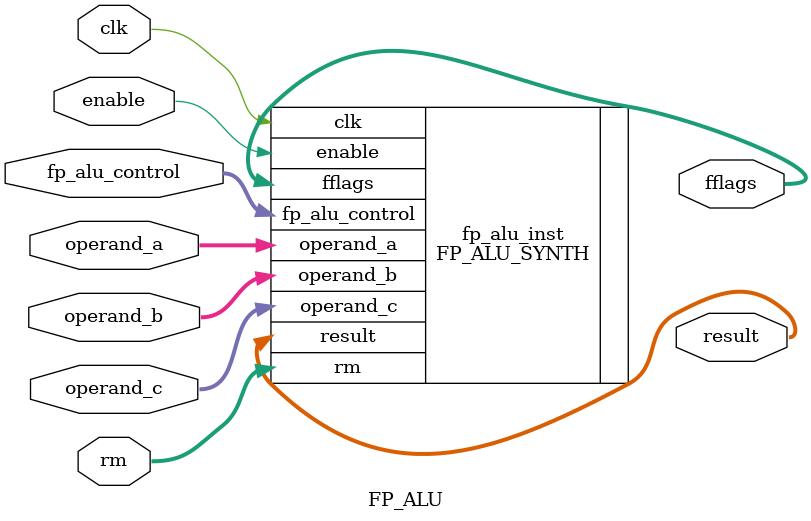
<source format=v>
`timescale 1ns / 1ps

module FP_ALU(
    input clk,                   // Clock (used by synthesis version only)
    input [31:0] operand_a,      // First operand (IEEE 754 single-precision)
    input [31:0] operand_b,      // Second operand (IEEE 754 single-precision)
    input [31:0] operand_c,      // Third operand for fused ops (IEEE 754)
    input [4:0] fp_alu_control,  // ALU operation control signal
    input [2:0] rm,              // Rounding mode (RNE, RTZ, RDN, RUP, RMM)
    input enable,                // POWER OPT: Enable signal to gate FP execution
    
    output [31:0] result,        // Result (IEEE 754 or integer depending on operation)
    output [4:0] fflags          // Exception flags {NV, DZ, OF, UF, NX}
);

    //=========================================================================
    // CONDITIONAL INSTANTIATION: Simulation vs Synthesis
    //=========================================================================
    
`ifdef SYNTHESIS
    //-------------------------------------------------------------------------
    // SYNTHESIS MODE: Use vendor-specific FPU IP cores
    //-------------------------------------------------------------------------
    FP_ALU_SYNTH fp_alu_inst (
        .clk(clk),
        .operand_a(operand_a),
        .operand_b(operand_b),
        .operand_c(operand_c),
        .fp_alu_control(fp_alu_control),
        .rm(rm),
        .enable(enable),
        .result(result),
        .fflags(fflags)
    );
    
`else
    //-------------------------------------------------------------------------
    // SIMULATION MODE: Use functional behavioral model
    //-------------------------------------------------------------------------
    FP_ALU_FUNCTIONAL fp_alu_inst (
        .operand_a(operand_a),
        .operand_b(operand_b),
        .operand_c(operand_c),
        .fp_alu_control(fp_alu_control),
        .rm(rm),
        .enable(enable),
        .result(result),
        .fflags(fflags)
    );
    
`endif

endmodule

</source>
